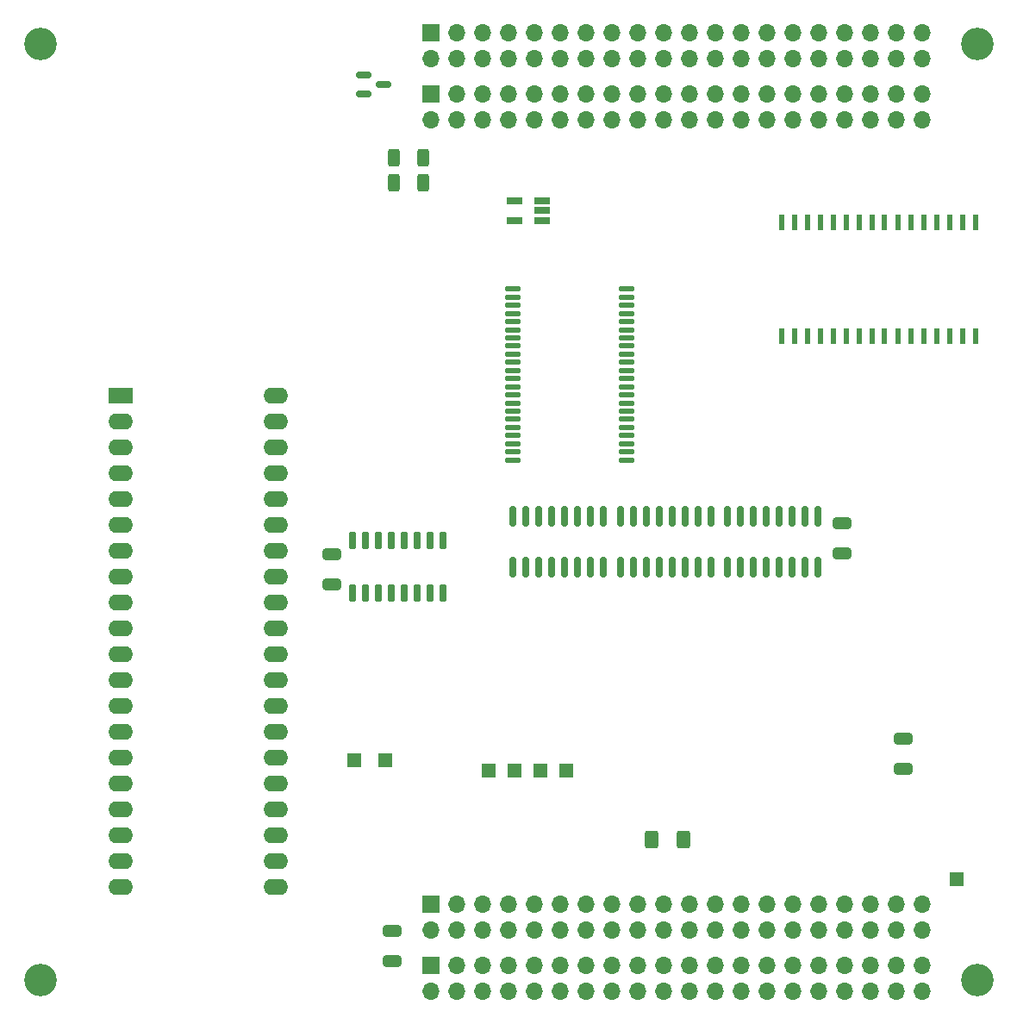
<source format=gbr>
%TF.GenerationSoftware,KiCad,Pcbnew,7.0.6-7.0.6~ubuntu20.04.1*%
%TF.CreationDate,2023-08-06T10:37:38+02:00*%
%TF.ProjectId,RAMROM_512k_board,52414d52-4f4d-45f3-9531-326b5f626f61,rev?*%
%TF.SameCoordinates,Original*%
%TF.FileFunction,Soldermask,Bot*%
%TF.FilePolarity,Negative*%
%FSLAX46Y46*%
G04 Gerber Fmt 4.6, Leading zero omitted, Abs format (unit mm)*
G04 Created by KiCad (PCBNEW 7.0.6-7.0.6~ubuntu20.04.1) date 2023-08-06 10:37:38*
%MOMM*%
%LPD*%
G01*
G04 APERTURE LIST*
G04 Aperture macros list*
%AMRoundRect*
0 Rectangle with rounded corners*
0 $1 Rounding radius*
0 $2 $3 $4 $5 $6 $7 $8 $9 X,Y pos of 4 corners*
0 Add a 4 corners polygon primitive as box body*
4,1,4,$2,$3,$4,$5,$6,$7,$8,$9,$2,$3,0*
0 Add four circle primitives for the rounded corners*
1,1,$1+$1,$2,$3*
1,1,$1+$1,$4,$5*
1,1,$1+$1,$6,$7*
1,1,$1+$1,$8,$9*
0 Add four rect primitives between the rounded corners*
20,1,$1+$1,$2,$3,$4,$5,0*
20,1,$1+$1,$4,$5,$6,$7,0*
20,1,$1+$1,$6,$7,$8,$9,0*
20,1,$1+$1,$8,$9,$2,$3,0*%
G04 Aperture macros list end*
%ADD10RoundRect,0.250000X0.650000X-0.325000X0.650000X0.325000X-0.650000X0.325000X-0.650000X-0.325000X0*%
%ADD11R,1.350000X1.350000*%
%ADD12R,1.700000X1.700000*%
%ADD13O,1.700000X1.700000*%
%ADD14RoundRect,0.250000X-0.650000X0.325000X-0.650000X-0.325000X0.650000X-0.325000X0.650000X0.325000X0*%
%ADD15R,2.400000X1.600000*%
%ADD16O,2.400000X1.600000*%
%ADD17C,3.200000*%
%ADD18R,0.600000X1.600000*%
%ADD19RoundRect,0.137500X0.625000X0.137500X-0.625000X0.137500X-0.625000X-0.137500X0.625000X-0.137500X0*%
%ADD20RoundRect,0.150000X-0.150000X0.725000X-0.150000X-0.725000X0.150000X-0.725000X0.150000X0.725000X0*%
%ADD21R,1.560000X0.650000*%
%ADD22RoundRect,0.150000X-0.150000X0.825000X-0.150000X-0.825000X0.150000X-0.825000X0.150000X0.825000X0*%
%ADD23RoundRect,0.250000X-0.312500X-0.625000X0.312500X-0.625000X0.312500X0.625000X-0.312500X0.625000X0*%
%ADD24RoundRect,0.150000X-0.587500X-0.150000X0.587500X-0.150000X0.587500X0.150000X-0.587500X0.150000X0*%
%ADD25RoundRect,0.250000X0.400000X0.625000X-0.400000X0.625000X-0.400000X-0.625000X0.400000X-0.625000X0*%
G04 APERTURE END LIST*
D10*
%TO.C,C11*%
X129997200Y-102467200D03*
X129997200Y-99517200D03*
%TD*%
D11*
%TO.C,J13*%
X152996900Y-120738900D03*
%TD*%
D12*
%TO.C,J1*%
X139700000Y-48303005D03*
D13*
X139700000Y-50843005D03*
X142240000Y-48303005D03*
X142240000Y-50843005D03*
X144780000Y-48303005D03*
X144780000Y-50843005D03*
X147320000Y-48303005D03*
X147320000Y-50843005D03*
X149860000Y-48303005D03*
X149860000Y-50843005D03*
X152400000Y-48303005D03*
X152400000Y-50843005D03*
X154940000Y-48303005D03*
X154940000Y-50843005D03*
X157480000Y-48303005D03*
X157480000Y-50843005D03*
X160020000Y-48303005D03*
X160020000Y-50843005D03*
X162560000Y-48303005D03*
X162560000Y-50843005D03*
X165100000Y-48303005D03*
X165100000Y-50843005D03*
X167640000Y-48303005D03*
X167640000Y-50843005D03*
X170180000Y-48303005D03*
X170180000Y-50843005D03*
X172720000Y-48303005D03*
X172720000Y-50843005D03*
X175260000Y-48303005D03*
X175260000Y-50843005D03*
X177800000Y-48303005D03*
X177800000Y-50843005D03*
X180340000Y-48303005D03*
X180340000Y-50843005D03*
X182880000Y-48303005D03*
X182880000Y-50843005D03*
X185420000Y-48303005D03*
X185420000Y-50843005D03*
X187960000Y-48303005D03*
X187960000Y-50843005D03*
%TD*%
D14*
%TO.C,C6*%
X186080400Y-117600200D03*
X186080400Y-120550200D03*
%TD*%
D15*
%TO.C,J6*%
X109220000Y-83947000D03*
D16*
X109220000Y-86487000D03*
X109220000Y-89027000D03*
X109220000Y-91567000D03*
X109220000Y-94107000D03*
X109220000Y-96647000D03*
X109220000Y-99187000D03*
X109220000Y-101727000D03*
X109220000Y-104267000D03*
X109220000Y-106807000D03*
X109220000Y-109347000D03*
X109220000Y-111887000D03*
X109220000Y-114427000D03*
X109220000Y-116967000D03*
X109220000Y-119507000D03*
X109220000Y-122047000D03*
X109220000Y-124587000D03*
X109220000Y-127127000D03*
X109220000Y-129667000D03*
X109220000Y-132207000D03*
X124460000Y-132207000D03*
X124460000Y-129667000D03*
X124460000Y-127127000D03*
X124460000Y-124587000D03*
X124460000Y-122047000D03*
X124460000Y-119507000D03*
X124460000Y-116967000D03*
X124460000Y-114427000D03*
X124460000Y-111887000D03*
X124460000Y-109347000D03*
X124460000Y-106807000D03*
X124460000Y-104267000D03*
X124460000Y-101727000D03*
X124460000Y-99187000D03*
X124460000Y-96647000D03*
X124460000Y-94107000D03*
X124460000Y-91567000D03*
X124460000Y-89027000D03*
X124460000Y-86487000D03*
X124460000Y-83947000D03*
%TD*%
D12*
%TO.C,J4*%
X139700000Y-133849005D03*
D13*
X139700000Y-136389005D03*
X142240000Y-133849005D03*
X142240000Y-136389005D03*
X144780000Y-133849005D03*
X144780000Y-136389005D03*
X147320000Y-133849005D03*
X147320000Y-136389005D03*
X149860000Y-133849005D03*
X149860000Y-136389005D03*
X152400000Y-133849005D03*
X152400000Y-136389005D03*
X154940000Y-133849005D03*
X154940000Y-136389005D03*
X157480000Y-133849005D03*
X157480000Y-136389005D03*
X160020000Y-133849005D03*
X160020000Y-136389005D03*
X162560000Y-133849005D03*
X162560000Y-136389005D03*
X165100000Y-133849005D03*
X165100000Y-136389005D03*
X167640000Y-133849005D03*
X167640000Y-136389005D03*
X170180000Y-133849005D03*
X170180000Y-136389005D03*
X172720000Y-133849005D03*
X172720000Y-136389005D03*
X175260000Y-133849005D03*
X175260000Y-136389005D03*
X177800000Y-133849005D03*
X177800000Y-136389005D03*
X180340000Y-133849005D03*
X180340000Y-136389005D03*
X182880000Y-133849005D03*
X182880000Y-136389005D03*
X185420000Y-133849005D03*
X185420000Y-136389005D03*
X187960000Y-133849005D03*
X187960000Y-136389005D03*
%TD*%
D11*
%TO.C,J5*%
X135229600Y-119735600D03*
%TD*%
%TO.C,J12*%
X145376900Y-120738900D03*
%TD*%
%TO.C,J10*%
X132130800Y-119684800D03*
%TD*%
D12*
%TO.C,J2*%
X139700000Y-139849005D03*
D13*
X139700000Y-142389005D03*
X142240000Y-139849005D03*
X142240000Y-142389005D03*
X144780000Y-139849005D03*
X144780000Y-142389005D03*
X147320000Y-139849005D03*
X147320000Y-142389005D03*
X149860000Y-139849005D03*
X149860000Y-142389005D03*
X152400000Y-139849005D03*
X152400000Y-142389005D03*
X154940000Y-139849005D03*
X154940000Y-142389005D03*
X157480000Y-139849005D03*
X157480000Y-142389005D03*
X160020000Y-139849005D03*
X160020000Y-142389005D03*
X162560000Y-139849005D03*
X162560000Y-142389005D03*
X165100000Y-139849005D03*
X165100000Y-142389005D03*
X167640000Y-139849005D03*
X167640000Y-142389005D03*
X170180000Y-139849005D03*
X170180000Y-142389005D03*
X172720000Y-139849005D03*
X172720000Y-142389005D03*
X175260000Y-139849005D03*
X175260000Y-142389005D03*
X177800000Y-139849005D03*
X177800000Y-142389005D03*
X180340000Y-139849005D03*
X180340000Y-142389005D03*
X182880000Y-139849005D03*
X182880000Y-142389005D03*
X185420000Y-139849005D03*
X185420000Y-142389005D03*
X187960000Y-139849005D03*
X187960000Y-142389005D03*
%TD*%
D17*
%TO.C,H3*%
X193340000Y-49346005D03*
%TD*%
D12*
%TO.C,J3*%
X139700000Y-54303005D03*
D13*
X139700000Y-56843005D03*
X142240000Y-54303005D03*
X142240000Y-56843005D03*
X144780000Y-54303005D03*
X144780000Y-56843005D03*
X147320000Y-54303005D03*
X147320000Y-56843005D03*
X149860000Y-54303005D03*
X149860000Y-56843005D03*
X152400000Y-54303005D03*
X152400000Y-56843005D03*
X154940000Y-54303005D03*
X154940000Y-56843005D03*
X157480000Y-54303005D03*
X157480000Y-56843005D03*
X160020000Y-54303005D03*
X160020000Y-56843005D03*
X162560000Y-54303005D03*
X162560000Y-56843005D03*
X165100000Y-54303005D03*
X165100000Y-56843005D03*
X167640000Y-54303005D03*
X167640000Y-56843005D03*
X170180000Y-54303005D03*
X170180000Y-56843005D03*
X172720000Y-54303005D03*
X172720000Y-56843005D03*
X175260000Y-54303005D03*
X175260000Y-56843005D03*
X177800000Y-54303005D03*
X177800000Y-56843005D03*
X180340000Y-54303005D03*
X180340000Y-56843005D03*
X182880000Y-54303005D03*
X182880000Y-56843005D03*
X185420000Y-54303005D03*
X185420000Y-56843005D03*
X187960000Y-54303005D03*
X187960000Y-56843005D03*
%TD*%
D11*
%TO.C,J11*%
X150456900Y-120738900D03*
%TD*%
D17*
%TO.C,H1*%
X101340000Y-49346005D03*
%TD*%
D11*
%TO.C,J8*%
X191312800Y-131419600D03*
%TD*%
D17*
%TO.C,H2*%
X101340000Y-141346005D03*
%TD*%
%TO.C,H4*%
X193340000Y-141346005D03*
%TD*%
D11*
%TO.C,J14*%
X147916900Y-120738900D03*
%TD*%
D14*
%TO.C,C2*%
X135864600Y-136499600D03*
X135864600Y-139449600D03*
%TD*%
D18*
%TO.C,U5*%
X193163841Y-78093671D03*
X191893841Y-78093671D03*
X190623841Y-78093671D03*
X189353841Y-78093671D03*
X188083841Y-78093671D03*
X186813841Y-78093671D03*
X185543841Y-78093671D03*
X184263841Y-78093671D03*
X183013841Y-78093671D03*
X181733841Y-78093671D03*
X180463841Y-78093671D03*
X179193841Y-78093671D03*
X177923841Y-78093671D03*
X176653841Y-78093671D03*
X175383841Y-78093671D03*
X174113841Y-78093671D03*
X174113841Y-66893671D03*
X175383841Y-66893671D03*
X176653841Y-66893671D03*
X177923841Y-66893671D03*
X179193841Y-66893671D03*
X180463841Y-66893671D03*
X181733841Y-66893671D03*
X183013841Y-66893671D03*
X184263841Y-66893671D03*
X185543841Y-66893671D03*
X186813841Y-66893671D03*
X188083841Y-66893671D03*
X189353841Y-66893671D03*
X190623841Y-66893671D03*
X191893841Y-66893671D03*
X193163841Y-66893671D03*
%TD*%
D10*
%TO.C,C9*%
X180099075Y-99380876D03*
X180099075Y-96430876D03*
%TD*%
D19*
%TO.C,U4*%
X158901900Y-73438800D03*
X158901900Y-74238800D03*
X158901900Y-75038800D03*
X158901900Y-75838800D03*
X158901900Y-76638800D03*
X158901900Y-77438800D03*
X158901900Y-78238800D03*
X158901900Y-79038800D03*
X158901900Y-79838800D03*
X158901900Y-80638800D03*
X158901900Y-81438800D03*
X158901900Y-82238800D03*
X158901900Y-83038800D03*
X158901900Y-83838800D03*
X158901900Y-84638800D03*
X158901900Y-85438800D03*
X158901900Y-86238800D03*
X158901900Y-87038800D03*
X158901900Y-87838800D03*
X158901900Y-88638800D03*
X158901900Y-89438800D03*
X158901900Y-90238800D03*
X147726900Y-90238800D03*
X147726900Y-89438800D03*
X147726900Y-88638800D03*
X147726900Y-87838800D03*
X147726900Y-87038800D03*
X147726900Y-86238800D03*
X147726900Y-85438800D03*
X147726900Y-84638800D03*
X147726900Y-83838800D03*
X147726900Y-83038800D03*
X147726900Y-82238800D03*
X147726900Y-81438800D03*
X147726900Y-80638800D03*
X147726900Y-79838800D03*
X147726900Y-79038800D03*
X147726900Y-78238800D03*
X147726900Y-77438800D03*
X147726900Y-76638800D03*
X147726900Y-75838800D03*
X147726900Y-75038800D03*
X147726900Y-74238800D03*
X147726900Y-73438800D03*
%TD*%
D20*
%TO.C,U10*%
X131968200Y-103276400D03*
X133238200Y-103276400D03*
X134508200Y-103276400D03*
X135778200Y-103276400D03*
X137048200Y-103276400D03*
X138318200Y-103276400D03*
X139588200Y-103276400D03*
X140858200Y-103276400D03*
X140858200Y-98126400D03*
X139588200Y-98126400D03*
X138318200Y-98126400D03*
X137048200Y-98126400D03*
X135778200Y-98126400D03*
X134508200Y-98126400D03*
X133238200Y-98126400D03*
X131968200Y-98126400D03*
%TD*%
D21*
%TO.C,U3*%
X150647400Y-64800400D03*
X150647400Y-65750400D03*
X150647400Y-66700400D03*
X147947400Y-66700400D03*
X147947400Y-64800400D03*
%TD*%
D22*
%TO.C,U18*%
X147777200Y-95793351D03*
X149047200Y-95793351D03*
X150317200Y-95793351D03*
X151587200Y-95793351D03*
X152857200Y-95793351D03*
X154127200Y-95793351D03*
X155397200Y-95793351D03*
X156667200Y-95793351D03*
X156667200Y-100743351D03*
X155397200Y-100743351D03*
X154127200Y-100743351D03*
X152857200Y-100743351D03*
X151587200Y-100743351D03*
X150317200Y-100743351D03*
X149047200Y-100743351D03*
X147777200Y-100743351D03*
%TD*%
D23*
%TO.C,R7*%
X136013000Y-60553600D03*
X138938000Y-60553600D03*
%TD*%
D24*
%TO.C,Q1*%
X133126000Y-54290000D03*
X133126000Y-52390000D03*
X135001000Y-53340000D03*
%TD*%
D22*
%TO.C,U19*%
X158292800Y-95793351D03*
X159562800Y-95793351D03*
X160832800Y-95793351D03*
X162102800Y-95793351D03*
X163372800Y-95793351D03*
X164642800Y-95793351D03*
X165912800Y-95793351D03*
X167182800Y-95793351D03*
X167182800Y-100743351D03*
X165912800Y-100743351D03*
X164642800Y-100743351D03*
X163372800Y-100743351D03*
X162102800Y-100743351D03*
X160832800Y-100743351D03*
X159562800Y-100743351D03*
X158292800Y-100743351D03*
%TD*%
D23*
%TO.C,R8*%
X136013000Y-62992000D03*
X138938000Y-62992000D03*
%TD*%
D22*
%TO.C,U20*%
X168833800Y-95782151D03*
X170103800Y-95782151D03*
X171373800Y-95782151D03*
X172643800Y-95782151D03*
X173913800Y-95782151D03*
X175183800Y-95782151D03*
X176453800Y-95782151D03*
X177723800Y-95782151D03*
X177723800Y-100732151D03*
X176453800Y-100732151D03*
X175183800Y-100732151D03*
X173913800Y-100732151D03*
X172643800Y-100732151D03*
X171373800Y-100732151D03*
X170103800Y-100732151D03*
X168833800Y-100732151D03*
%TD*%
D25*
%TO.C,R1*%
X164465600Y-127508000D03*
X161365600Y-127508000D03*
%TD*%
M02*

</source>
